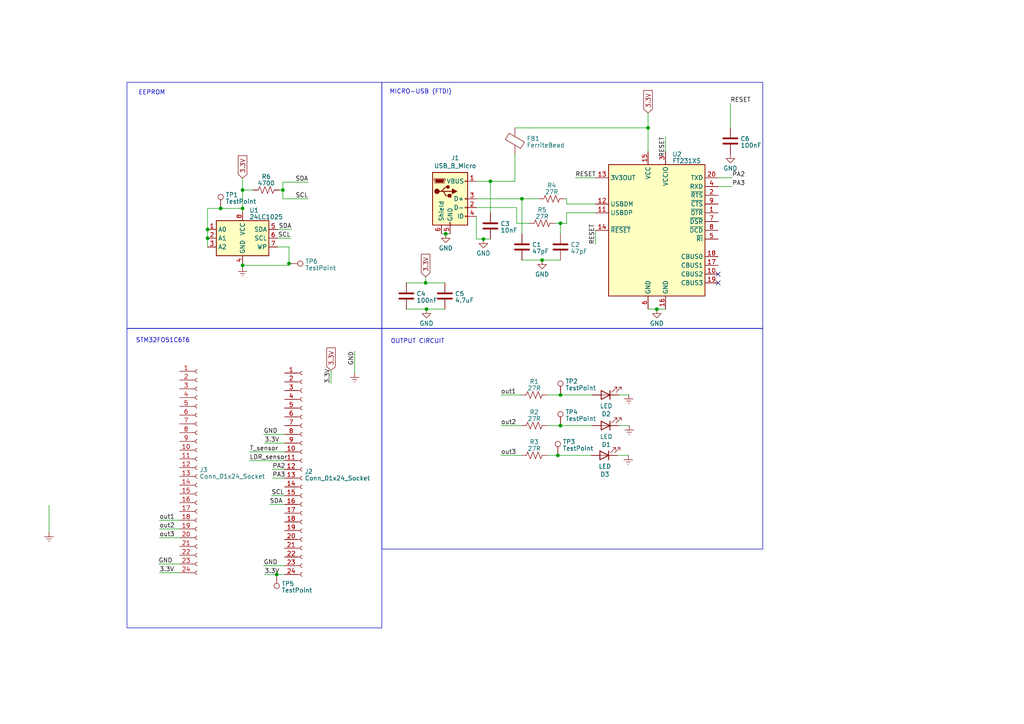
<source format=kicad_sch>
(kicad_sch (version 20230121) (generator eeschema)
  (paper "A4")
  (lib_symbols
    (symbol "Connector:Conn_01x24_Socket" (pin_names (offset 1.016) hide)
      (property "Reference" "J" (at 0 30.48 0))
      (property "Value" "Conn_01x24_Socket" (at 0 -33.02 0))
      (symbol "Conn_01x24_Socket_1_1"
        (arc (start 0 -29.972) (mid -0.5058 -30.48) (end 0 -30.988) (stroke (width 0.1524)))
        (arc (start 0 -27.432) (mid -0.5058 -27.94) (end 0 -28.448) (stroke (width 0.1524)))
        (arc (start 0 -24.892) (mid -0.5058 -25.4) (end 0 -25.908) (stroke (width 0.1524)))
        (arc (start 0 -22.352) (mid -0.5058 -22.86) (end 0 -23.368) (stroke (width 0.1524)))
        (arc (start 0 -19.812) (mid -0.5058 -20.32) (end 0 -20.828) (stroke (width 0.1524)))
        (arc (start 0 -17.272) (mid -0.5058 -17.78) (end 0 -18.288) (stroke (width 0.1524)))
        (arc (start 0 -14.732) (mid -0.5058 -15.24) (end 0 -15.748) (stroke (width 0.1524)))
        (arc (start 0 -12.192) (mid -0.5058 -12.7) (end 0 -13.208) (stroke (width 0.1524)))
        (arc (start 0 -9.652) (mid -0.5058 -10.16) (end 0 -10.668) (stroke (width 0.1524)))
        (arc (start 0 -7.112) (mid -0.5058 -7.62) (end 0 -8.128) (stroke (width 0.1524)))
        (arc (start 0 -4.572) (mid -0.5058 -5.08) (end 0 -5.588) (stroke (width 0.1524)))
        (arc (start 0 -2.032) (mid -0.5058 -2.54) (end 0 -3.048) (stroke (width 0.1524)))
        (polyline (pts (xy -1.27 -30.48) (xy -0.508 -30.48)) (stroke (width 0.1524)))
        (polyline (pts (xy -1.27 -27.94) (xy -0.508 -27.94)) (stroke (width 0.1524)))
        (polyline (pts (xy -1.27 -25.4) (xy -0.508 -25.4)) (stroke (width 0.1524)))
        (polyline (pts (xy -1.27 -22.86) (xy -0.508 -22.86)) (stroke (width 0.1524)))
        (polyline (pts (xy -1.27 -20.32) (xy -0.508 -20.32)) (stroke (width 0.1524)))
        (polyline (pts (xy -1.27 -17.78) (xy -0.508 -17.78)) (stroke (width 0.1524)))
        (polyline (pts (xy -1.27 -15.24) (xy -0.508 -15.24)) (stroke (width 0.1524)))
        (polyline (pts (xy -1.27 -12.7) (xy -0.508 -12.7)) (stroke (width 0.1524)))
        (polyline (pts (xy -1.27 -10.16) (xy -0.508 -10.16)) (stroke (width 0.1524)))
        (polyline (pts (xy -1.27 -7.62) (xy -0.508 -7.62)) (stroke (width 0.1524)))
        (polyline (pts (xy -1.27 -5.08) (xy -0.508 -5.08)) (stroke (width 0.1524)))
        (polyline (pts (xy -1.27 -2.54) (xy -0.508 -2.54)) (stroke (width 0.1524)))
        (polyline (pts (xy -1.27 0) (xy -0.508 0)) (stroke (width 0.1524)))
        (polyline (pts (xy -1.27 2.54) (xy -0.508 2.54)) (stroke (width 0.1524)))
        (polyline (pts (xy -1.27 5.08) (xy -0.508 5.08)) (stroke (width 0.1524)))
        (polyline (pts (xy -1.27 7.62) (xy -0.508 7.62)) (stroke (width 0.1524)))
        (polyline (pts (xy -1.27 10.16) (xy -0.508 10.16)) (stroke (width 0.1524)))
        (polyline (pts (xy -1.27 12.7) (xy -0.508 12.7)) (stroke (width 0.1524)))
        (polyline (pts (xy -1.27 15.24) (xy -0.508 15.24)) (stroke (width 0.1524)))
        (polyline (pts (xy -1.27 17.78) (xy -0.508 17.78)) (stroke (width 0.1524)))
        (polyline (pts (xy -1.27 20.32) (xy -0.508 20.32)) (stroke (width 0.1524)))
        (polyline (pts (xy -1.27 22.86) (xy -0.508 22.86)) (stroke (width 0.1524)))
        (polyline (pts (xy -1.27 25.4) (xy -0.508 25.4)) (stroke (width 0.1524)))
        (polyline (pts (xy -1.27 27.94) (xy -0.508 27.94)) (stroke (width 0.1524)))
        (arc (start 0 0.508) (mid -0.5058 0) (end 0 -0.508) (stroke (width 0.1524)))
        (arc (start 0 3.048) (mid -0.5058 2.54) (end 0 2.032) (stroke (width 0.1524)))
        (arc (start 0 5.588) (mid -0.5058 5.08) (end 0 4.572) (stroke (width 0.1524)))
        (arc (start 0 8.128) (mid -0.5058 7.62) (end 0 7.112) (stroke (width 0.1524)))
        (arc (start 0 10.668) (mid -0.5058 10.16) (end 0 9.652) (stroke (width 0.1524)))
        (arc (start 0 13.208) (mid -0.5058 12.7) (end 0 12.192) (stroke (width 0.1524)))
        (arc (start 0 15.748) (mid -0.5058 15.24) (end 0 14.732) (stroke (width 0.1524)))
        (arc (start 0 18.288) (mid -0.5058 17.78) (end 0 17.272) (stroke (width 0.1524)))
        (arc (start 0 20.828) (mid -0.5058 20.32) (end 0 19.812) (stroke (width 0.1524)))
        (arc (start 0 23.368) (mid -0.5058 22.86) (end 0 22.352) (stroke (width 0.1524)))
        (arc (start 0 25.908) (mid -0.5058 25.4) (end 0 24.892) (stroke (width 0.1524)))
        (arc (start 0 28.448) (mid -0.5058 27.94) (end 0 27.432) (stroke (width 0.1524)))
        (pin passive line (at -5.08 27.94 0) (length 3.81) (name "Pin_1") (number "1"))
        (pin passive line (at -5.08 5.08 0) (length 3.81) (name "Pin_10") (number "10"))
        (pin passive line (at -5.08 2.54 0) (length 3.81) (name "Pin_11") (number "11"))
        (pin passive line (at -5.08 0 0) (length 3.81) (name "Pin_12") (number "12"))
        (pin passive line (at -5.08 -2.54 0) (length 3.81) (name "Pin_13") (number "13"))
        (pin passive line (at -5.08 -5.08 0) (length 3.81) (name "Pin_14") (number "14"))
        (pin passive line (at -5.08 -7.62 0) (length 3.81) (name "Pin_15") (number "15"))
        (pin passive line (at -5.08 -10.16 0) (length 3.81) (name "Pin_16") (number "16"))
        (pin passive line (at -5.08 -12.7 0) (length 3.81) (name "Pin_17") (number "17"))
        (pin passive line (at -5.08 -15.24 0) (length 3.81) (name "Pin_18") (number "18"))
        (pin passive line (at -5.08 -17.78 0) (length 3.81) (name "Pin_19") (number "19"))
        (pin passive line (at -5.08 25.4 0) (length 3.81) (name "Pin_2") (number "2"))
        (pin passive line (at -5.08 -20.32 0) (length 3.81) (name "Pin_20") (number "20"))
        (pin passive line (at -5.08 -22.86 0) (length 3.81) (name "Pin_21") (number "21"))
        (pin passive line (at -5.08 -25.4 0) (length 3.81) (name "Pin_22") (number "22"))
        (pin passive line (at -5.08 -27.94 0) (length 3.81) (name "Pin_23") (number "23"))
        (pin passive line (at -5.08 -30.48 0) (length 3.81) (name "Pin_24") (number "24"))
        (pin passive line (at -5.08 22.86 0) (length 3.81) (name "Pin_3") (number "3"))
        (pin passive line (at -5.08 20.32 0) (length 3.81) (name "Pin_4") (number "4"))
        (pin passive line (at -5.08 17.78 0) (length 3.81) (name "Pin_5") (number "5"))
        (pin passive line (at -5.08 15.24 0) (length 3.81) (name "Pin_6") (number "6"))
        (pin passive line (at -5.08 12.7 0) (length 3.81) (name "Pin_7") (number "7"))
        (pin passive line (at -5.08 10.16 0) (length 3.81) (name "Pin_8") (number "8"))
        (pin passive line (at -5.08 7.62 0) (length 3.81) (name "Pin_9") (number "9"))
      )
    )
    (symbol "Connector:TestPoint" (pin_numbers hide) (pin_names (offset 0.762) hide)
      (property "Reference" "TP" (at 0 6.858 0))
      (property "Value" "TestPoint" (at 0 5.08 0))
      (symbol "TestPoint_0_1"
        (circle (center 0 3.302) (radius 0.762))
      )
      (symbol "TestPoint_1_1"
        (pin passive line (at 0 0 90) (length 2.54) (name "1") (number "1"))
      )
    )
    (symbol "Connector:USB_B_Micro" (pin_names (offset 1.016))
      (property "Reference" "J" (at -5.08 11.43 0))
      (property "Value" "USB_B_Micro" (at -5.08 8.89 0))
      (symbol "USB_B_Micro_0_1"
        (rectangle (start -5.08 -7.62) (end 5.08 7.62) (stroke (width 0.254)) (fill (type background)))
        (circle (center -3.81 2.159) (radius 0.635) (stroke (width 0.254)) (fill (type outline)))
        (circle (center -0.635 3.429) (radius 0.381) (stroke (width 0.254)) (fill (type outline)))
        (rectangle (start -0.127 -7.62) (end 0.127 -6.858))
        (polyline (pts (xy -1.905 2.159) (xy 0.635 2.159)) (stroke (width 0.254)))
        (polyline (pts (xy -3.175 2.159) (xy -2.54 2.159) (xy -1.27 3.429) (xy -0.635 3.429)) (stroke (width 0.254)))
        (polyline (pts (xy -2.54 2.159) (xy -1.905 2.159) (xy -1.27 0.889) (xy 0 0.889)) (stroke (width 0.254)))
        (polyline (pts (xy 0.635 2.794) (xy 0.635 1.524) (xy 1.905 2.159) (xy 0.635 2.794)) (stroke (width 0.254)) (fill (type outline)))
        (polyline (pts (xy -4.318 5.588) (xy -1.778 5.588) (xy -2.032 4.826) (xy -4.064 4.826) (xy -4.318 5.588)) (fill (type outline)))
        (polyline (pts (xy -4.699 5.842) (xy -4.699 5.588) (xy -4.445 4.826) (xy -4.445 4.572) (xy -1.651 4.572) (xy -1.651 4.826) (xy -1.397 5.588) (xy -1.397 5.842) (xy -4.699 5.842)))
        (rectangle (start 0.254 1.27) (end -0.508 0.508) (stroke (width 0.254)) (fill (type outline)))
        (rectangle (start 5.08 -5.207) (end 4.318 -4.953))
        (rectangle (start 5.08 -2.667) (end 4.318 -2.413))
        (rectangle (start 5.08 -0.127) (end 4.318 0.127))
        (rectangle (start 5.08 4.953) (end 4.318 5.207))
      )
      (symbol "USB_B_Micro_1_1"
        (pin power_out line (at 7.62 5.08 180) (length 2.54) (name "VBUS") (number "1"))
        (pin bidirectional line (at 7.62 -2.54 180) (length 2.54) (name "D-") (number "2"))
        (pin bidirectional line (at 7.62 0 180) (length 2.54) (name "D+") (number "3"))
        (pin passive line (at 7.62 -5.08 180) (length 2.54) (name "ID") (number "4"))
        (pin power_out line (at 0 -10.16 90) (length 2.54) (name "GND") (number "5"))
        (pin passive line (at -2.54 -10.16 90) (length 2.54) (name "Shield") (number "6"))
      )
    )
    (symbol "Device:C" (pin_numbers hide) (pin_names (offset 0.254))
      (property "Reference" "C" (at 0.635 2.54 0))
      (property "Value" "C" (at 0.635 -2.54 0))
      (symbol "C_0_1"
        (polyline (pts (xy -2.032 -0.762) (xy 2.032 -0.762)) (stroke (width 0.508)))
        (polyline (pts (xy -2.032 0.762) (xy 2.032 0.762)) (stroke (width 0.508)))
      )
      (symbol "C_1_1"
        (pin passive line (at 0 3.81 270) (length 2.794) (name "~") (number "1"))
        (pin passive line (at 0 -3.81 90) (length 2.794) (name "~") (number "2"))
      )
    )
    (symbol "Device:FerriteBead" (pin_numbers hide) (pin_names (offset 0))
      (property "Reference" "FB" (at -3.81 0.635 90))
      (property "Value" "FerriteBead" (at 3.81 0 90))
      (symbol "FerriteBead_0_1"
        (polyline (pts (xy 0 -1.27) (xy 0 -1.2192)))
        (polyline (pts (xy 0 1.27) (xy 0 1.2954)))
        (polyline (pts (xy -2.7686 0.4064) (xy -1.7018 2.2606) (xy 2.7686 -0.3048) (xy 1.6764 -2.159) (xy -2.7686 0.4064)))
      )
      (symbol "FerriteBead_1_1"
        (pin passive line (at 0 3.81 270) (length 2.54) (name "~") (number "1"))
        (pin passive line (at 0 -3.81 90) (length 2.54) (name "~") (number "2"))
      )
    )
    (symbol "Device:LED" (pin_numbers hide) (pin_names (offset 1.016) hide)
      (property "Reference" "D" (at 0 2.54 0))
      (property "Value" "LED" (at 0 -2.54 0))
      (symbol "LED_0_1"
        (polyline (pts (xy -1.27 -1.27) (xy -1.27 1.27)) (stroke (width 0.254)))
        (polyline (pts (xy -1.27 0) (xy 1.27 0)))
        (polyline (pts (xy 1.27 -1.27) (xy 1.27 1.27) (xy -1.27 0) (xy 1.27 -1.27)) (stroke (width 0.254)))
        (polyline (pts (xy -3.048 -0.762) (xy -4.572 -2.286) (xy -3.81 -2.286) (xy -4.572 -2.286) (xy -4.572 -1.524)))
        (polyline (pts (xy -1.778 -0.762) (xy -3.302 -2.286) (xy -2.54 -2.286) (xy -3.302 -2.286) (xy -3.302 -1.524)))
      )
      (symbol "LED_1_1"
        (pin passive line (at -3.81 0 0) (length 2.54) (name "K") (number "1"))
        (pin passive line (at 3.81 0 180) (length 2.54) (name "A") (number "2"))
      )
    )
    (symbol "Device:R_US" (pin_numbers hide) (pin_names (offset 0))
      (property "Reference" "R" (at 2.54 0 90))
      (property "Value" "R_US" (at -2.54 0 90))
      (symbol "R_US_0_1"
        (polyline (pts (xy 0 -2.286) (xy 0 -2.54)))
        (polyline (pts (xy 0 2.286) (xy 0 2.54)))
        (polyline (pts (xy 0 -0.762) (xy 1.016 -1.143) (xy 0 -1.524) (xy -1.016 -1.905) (xy 0 -2.286)))
        (polyline (pts (xy 0 0.762) (xy 1.016 0.381) (xy 0 0) (xy -1.016 -0.381) (xy 0 -0.762)))
        (polyline (pts (xy 0 2.286) (xy 1.016 1.905) (xy 0 1.524) (xy -1.016 1.143) (xy 0 0.762)))
      )
      (symbol "R_US_1_1"
        (pin passive line (at 0 3.81 270) (length 1.27) (name "~") (number "1"))
        (pin passive line (at 0 -3.81 90) (length 1.27) (name "~") (number "2"))
      )
    )
    (symbol "Interface_USB:FT231XS"
      (property "Reference" "U" (at -13.97 20.32 0))
      (property "Value" "FT231XS" (at 7.62 20.32 0))
      (symbol "FT231XS_0_1"
        (rectangle (start -13.97 19.05) (end 13.97 -19.05) (stroke (width 0.254)) (fill (type background)))
      )
      (symbol "FT231XS_1_1"
        (pin output line (at 17.78 5.08 180) (length 3.81) (name "~{DTR}") (number "1"))
        (pin bidirectional line (at 17.78 -12.7 180) (length 3.81) (name "CBUS2") (number "10"))
        (pin bidirectional line (at -17.78 5.08 0) (length 3.81) (name "USBDP") (number "11"))
        (pin bidirectional line (at -17.78 7.62 0) (length 3.81) (name "USBDM") (number "12"))
        (pin power_out line (at -17.78 15.24 0) (length 3.81) (name "3V3OUT") (number "13"))
        (pin input line (at -17.78 0 0) (length 3.81) (name "~{RESET}") (number "14"))
        (pin power_in line (at -2.54 22.86 270) (length 3.81) (name "VCC") (number "15"))
        (pin power_in line (at 2.54 -22.86 90) (length 3.81) (name "GND") (number "16"))
        (pin bidirectional line (at 17.78 -10.16 180) (length 3.81) (name "CBUS1") (number "17"))
        (pin bidirectional line (at 17.78 -7.62 180) (length 3.81) (name "CBUS0") (number "18"))
        (pin bidirectional line (at 17.78 -15.24 180) (length 3.81) (name "CBUS3") (number "19"))
        (pin output line (at 17.78 10.16 180) (length 3.81) (name "~{RTS}") (number "2"))
        (pin output line (at 17.78 15.24 180) (length 3.81) (name "TXD") (number "20"))
        (pin power_in line (at 2.54 22.86 270) (length 3.81) (name "VCCIO") (number "3"))
        (pin input line (at 17.78 12.7 180) (length 3.81) (name "RXD") (number "4"))
        (pin input line (at 17.78 -2.54 180) (length 3.81) (name "~{RI}") (number "5"))
        (pin power_in line (at -2.54 -22.86 90) (length 3.81) (name "GND") (number "6"))
        (pin input line (at 17.78 2.54 180) (length 3.81) (name "~{DSR}") (number "7"))
        (pin input line (at 17.78 0 180) (length 3.81) (name "~{DCD}") (number "8"))
        (pin input line (at 17.78 7.62 180) (length 3.81) (name "~{CTS}") (number "9"))
      )
    )
    (symbol "Memory_EEPROM:24LC1025"
      (property "Reference" "U" (at -6.35 6.35 0))
      (property "Value" "24LC1025" (at 1.27 6.35 0))
      (symbol "24LC1025_1_1"
        (rectangle (start -7.62 5.08) (end 7.62 -5.08) (stroke (width 0.254)) (fill (type background)))
        (pin input line (at -10.16 2.54 0) (length 2.54) (name "A0") (number "1"))
        (pin input line (at -10.16 0 0) (length 2.54) (name "A1") (number "2"))
        (pin input line (at -10.16 -2.54 0) (length 2.54) (name "A2") (number "3"))
        (pin power_in line (at 0 -7.62 90) (length 2.54) (name "GND") (number "4"))
        (pin bidirectional line (at 10.16 2.54 180) (length 2.54) (name "SDA") (number "5"))
        (pin input line (at 10.16 0 180) (length 2.54) (name "SCL") (number "6"))
        (pin input line (at 10.16 -2.54 180) (length 2.54) (name "WP") (number "7"))
        (pin power_in line (at 0 7.62 270) (length 2.54) (name "VCC") (number "8"))
      )
    )
    (symbol "power:Earth" (power) (pin_names (offset 0))
      (symbol "Earth_0_1"
        (polyline (pts (xy -0.635 -1.905) (xy 0.635 -1.905)))
        (polyline (pts (xy -0.127 -2.54) (xy 0.127 -2.54)))
        (polyline (pts (xy 0 -1.27) (xy 0 0)))
        (polyline (pts (xy 1.27 -1.27) (xy -1.27 -1.27)))
      )
      (symbol "Earth_1_1"
        (pin power_in line (at 0 0 270) (length 0) hide (name "Earth") (number "1"))
      )
    )
    (symbol "power:GND" (power) (pin_names (offset 0))
      (property "Value" "GND" (at 0 -3.81 0))
      (symbol "GND_0_1"
        (polyline (pts (xy 0 0) (xy 0 -1.27) (xy 1.27 -1.27) (xy 0 -2.54) (xy -1.27 -1.27) (xy 0 -1.27)))
      )
      (symbol "GND_1_1"
        (pin power_in line (at 0 0 270) (length 0) hide (name "GND") (number "1"))
      )
    )
  )
  (junction (at 60.198 69.088))
  (junction (at 82.042 55.118))
  (junction (at 123.444 82.042))
  (junction (at 83.82 76.454))
  (junction (at 190.5 89.662))
  (junction (at 70.358 60.452))
  (junction (at 70.358 76.962))
  (junction (at 162.56 123.444))
  (junction (at 60.198 66.548))
  (junction (at 151.384 57.658))
  (junction (at 187.96 37.084))
  (junction (at 161.798 132.08))
  (junction (at 162.56 64.77))
  (junction (at 162.56 114.554))
  (junction (at 123.698 89.662))
  (junction (at 142.24 52.578))
  (junction (at 80.264 166.624))
  (junction (at 70.358 55.118))
  (junction (at 129.286 67.818))
  (junction (at 140.208 69.342))
  (junction (at 157.226 75.438))
  (junction (at 64.008 60.452))
  (no_connect (at 208.28 82.042))
  (no_connect (at 208.28 79.502))
  (wire (pts (xy 164.338 59.182) (xy 164.338 57.658)))
  (wire (pts (xy 60.198 60.452) (xy 60.198 66.548)))
  (wire (pts (xy 158.75 132.08) (xy 161.798 132.08)))
  (wire (pts (xy 208.28 54.102) (xy 212.344 54.102)))
  (wire (pts (xy 76.454 125.984) (xy 82.55 125.984)))
  (wire (pts (xy 142.24 52.578) (xy 142.24 61.722)))
  (wire (pts (xy 46.228 155.956) (xy 52.07 155.956)))
  (wire (pts (xy 211.836 29.972) (xy 211.836 37.084)))
  (wire (pts (xy 82.042 57.658) (xy 89.408 57.658)))
  (wire (pts (xy 46.228 150.876) (xy 52.07 150.876)))
  (wire (pts (xy 138.176 69.342) (xy 140.208 69.342)))
  (wire (pts (xy 80.518 66.548) (xy 84.582 66.548)))
  (wire (pts (xy 123.444 82.042) (xy 129.032 82.042)))
  (wire (pts (xy 70.358 55.118) (xy 73.406 55.118)))
  (wire (pts (xy 123.698 89.662) (xy 129.032 89.662)))
  (wire (pts (xy 60.198 66.548) (xy 60.198 69.088)))
  (wire (pts (xy 162.56 123.444) (xy 171.831 123.444)))
  (wire (pts (xy 149.352 52.578) (xy 149.352 44.704)))
  (wire (pts (xy 70.358 60.452) (xy 70.358 61.468)))
  (wire (pts (xy 78.994 136.144) (xy 82.55 136.144)))
  (wire (pts (xy 82.042 55.118) (xy 82.042 57.658)))
  (wire (pts (xy 158.75 114.554) (xy 162.56 114.554)))
  (wire (pts (xy 78.994 138.684) (xy 82.55 138.684)))
  (wire (pts (xy 64.008 60.452) (xy 70.358 60.452)))
  (wire (pts (xy 129.286 67.818) (xy 130.556 67.818)))
  (wire (pts (xy 151.384 57.658) (xy 151.384 67.818)))
  (wire (pts (xy 76.708 128.524) (xy 82.55 128.524)))
  (wire (pts (xy 162.56 67.818) (xy 162.56 64.77)))
  (wire (pts (xy 151.384 75.438) (xy 157.226 75.438)))
  (wire (pts (xy 163.83 57.658) (xy 164.338 57.658)))
  (wire (pts (xy 157.226 75.438) (xy 162.56 75.438)))
  (wire (pts (xy 149.86 60.198) (xy 138.176 60.198)))
  (wire (pts (xy 60.198 60.452) (xy 64.008 60.452)))
  (wire (pts (xy 138.176 57.658) (xy 151.384 57.658)))
  (wire (pts (xy 172.72 66.802) (xy 172.72 70.866)))
  (wire (pts (xy 83.82 71.628) (xy 83.82 76.454)))
  (wire (pts (xy 138.176 52.578) (xy 142.24 52.578)))
  (wire (pts (xy 117.856 82.042) (xy 123.444 82.042)))
  (wire (pts (xy 117.856 89.662) (xy 123.698 89.662)))
  (wire (pts (xy 162.56 114.554) (xy 171.831 114.554)))
  (wire (pts (xy 70.358 76.708) (xy 70.358 76.962)))
  (wire (pts (xy 158.75 123.444) (xy 162.56 123.444)))
  (wire (pts (xy 128.016 67.818) (xy 129.286 67.818)))
  (wire (pts (xy 70.358 76.962) (xy 83.82 76.962)))
  (wire (pts (xy 166.878 51.562) (xy 172.72 51.562)))
  (wire (pts (xy 60.198 69.088) (xy 60.198 71.628)))
  (wire (pts (xy 140.208 69.342) (xy 142.24 69.342)))
  (wire (pts (xy 193.04 39.624) (xy 193.04 43.942)))
  (wire (pts (xy 45.974 163.576) (xy 52.07 163.576)))
  (wire (pts (xy 179.07 132.08) (xy 182.245 132.08)))
  (wire (pts (xy 102.87 101.854) (xy 102.87 108.204)))
  (wire (pts (xy 72.39 131.064) (xy 82.55 131.064)))
  (wire (pts (xy 46.228 153.416) (xy 52.07 153.416)))
  (wire (pts (xy 80.518 71.628) (xy 83.82 71.628)))
  (wire (pts (xy 138.176 62.738) (xy 138.176 69.342)))
  (wire (pts (xy 164.338 61.722) (xy 164.338 64.77)))
  (wire (pts (xy 70.358 76.962) (xy 70.358 77.47)))
  (wire (pts (xy 149.352 37.084) (xy 187.96 37.084)))
  (wire (pts (xy 151.384 57.658) (xy 156.21 57.658)))
  (wire (pts (xy 187.96 89.662) (xy 190.5 89.662)))
  (wire (pts (xy 145.288 123.444) (xy 151.13 123.444)))
  (wire (pts (xy 46.228 166.116) (xy 52.07 166.116)))
  (wire (pts (xy 149.86 64.77) (xy 149.86 60.198)))
  (wire (pts (xy 80.518 69.088) (xy 84.328 69.088)))
  (wire (pts (xy 172.72 59.182) (xy 164.338 59.182)))
  (wire (pts (xy 96.012 107.442) (xy 96.012 111.252)))
  (wire (pts (xy 70.358 51.689) (xy 70.358 55.118)))
  (wire (pts (xy 82.042 55.118) (xy 82.042 52.832)))
  (wire (pts (xy 208.28 51.562) (xy 212.344 51.562)))
  (wire (pts (xy 153.416 64.77) (xy 149.86 64.77)))
  (wire (pts (xy 187.96 37.084) (xy 187.96 43.942)))
  (wire (pts (xy 76.708 166.624) (xy 80.264 166.624)))
  (wire (pts (xy 70.358 55.118) (xy 70.358 60.452)))
  (wire (pts (xy 182.372 114.554) (xy 182.372 114.427)))
  (wire (pts (xy 82.042 52.832) (xy 89.408 52.832)))
  (wire (pts (xy 83.82 76.454) (xy 83.82 76.962)))
  (wire (pts (xy 14.224 146.558) (xy 14.224 154.432)))
  (wire (pts (xy 161.798 132.08) (xy 171.45 132.08)))
  (wire (pts (xy 82.55 143.764) (xy 78.74 143.764)))
  (wire (pts (xy 190.5 89.662) (xy 193.04 89.662)))
  (wire (pts (xy 80.264 166.624) (xy 82.55 166.624)))
  (wire (pts (xy 145.288 132.08) (xy 151.13 132.08)))
  (wire (pts (xy 76.454 164.084) (xy 82.55 164.084)))
  (wire (pts (xy 179.451 114.554) (xy 182.372 114.554)))
  (wire (pts (xy 123.444 80.264) (xy 123.444 82.042)))
  (wire (pts (xy 179.451 123.444) (xy 182.499 123.444)))
  (wire (pts (xy 162.56 64.77) (xy 164.338 64.77)))
  (wire (pts (xy 172.72 61.722) (xy 164.338 61.722)))
  (wire (pts (xy 82.55 146.304) (xy 78.232 146.304)))
  (wire (pts (xy 145.288 114.554) (xy 151.13 114.554)))
  (wire (pts (xy 72.39 133.604) (xy 82.55 133.604)))
  (wire (pts (xy 161.036 64.77) (xy 162.56 64.77)))
  (wire (pts (xy 82.042 55.118) (xy 81.026 55.118)))
  (wire (pts (xy 187.96 32.766) (xy 187.96 37.084)))
  (wire (pts (xy 142.24 52.578) (xy 149.352 52.578)))
  (rectangle (start 36.83 95.25) (end 110.744 182.118))
  (rectangle (start 110.744 95.25) (end 221.234 159.258))
  (rectangle (start 36.83 23.876) (end 110.744 95.25))
  (rectangle (start 110.744 23.876) (end 221.234 95.25))
  (text "OUTPUT CIRCUIT\n" (at 113.284 99.822 0) (effects (font (size 1.27 1.27)) (justify left bottom)))
  (text "\nSTM32FO51C6T6\n" (at 55.118 99.568 0) (effects (font (size 1.27 1.27)) (justify right bottom)))
  (text "MICRO-USB (FTDI)\n" (at 131.064 27.432 0) (effects (font (size 1.27 1.27)) (justify right bottom)))
  (text "EEPROM" (at 40.132 27.686 0) (effects (font (size 1.27 1.27)) (justify left bottom)))
  (label "PA3" (at 78.994 138.684 0))
  (label "LDR_sensor" (at 72.39 133.604 0))
  (label "SCL" (at 89.408 57.658 180))
  (label "SDA" (at 84.582 66.548 180))
  (label "SCL" (at 84.328 69.088 180))
  (label "PA2" (at 78.994 136.144 0))
  (label "SCL" (at 78.74 143.764 0))
  (label "PA2" (at 212.344 51.562 0))
  (label "3.3V" (at 76.708 128.524 0))
  (label "PA3" (at 212.344 54.102 0))
  (label "GND" (at 76.454 164.084 0))
  (label "out1" (at 46.228 150.876 0))
  (label "out2" (at 145.288 123.444 0))
  (label "RESET" (at 172.72 70.866 90))
  (label "out3" (at 46.228 155.956 0))
  (label "GND" (at 102.87 101.854 270))
  (label "GND" (at 76.454 125.984 0))
  (label "RESET" (at 211.836 29.972 0))
  (label "GND" (at 45.974 163.576 0))
  (label "SDA" (at 89.408 52.832 180))
  (label "RESET" (at 193.04 39.624 270))
  (label "out2" (at 46.228 153.416 0))
  (label "3.3V" (at 76.708 166.624 0))
  (label "out1" (at 145.288 114.554 0))
  (label "SDA" (at 78.232 146.304 0))
  (label "RESET" (at 166.878 51.562 0))
  (label "3.3V" (at 46.228 166.116 0))
  (label "T_sensor" (at 72.39 131.064 0))
  (label "3.3V" (at 96.012 111.252 90))
  (label "out3" (at 145.288 132.08 0))
  (global_label "3.3V" (shape input) (at 187.96 32.766 90) (property "Intersheetrefs" "${INTERSHEET_REFS}" (effects hide)))
  (global_label "3.3V" (shape input) (at 123.444 80.264 90) (property "Intersheetrefs" "${INTERSHEET_REFS}" (effects hide)))
  (global_label "3.3V" (shape input) (at 70.358 51.689 90) (property "Intersheetrefs" "${INTERSHEET_REFS}" (effects hide)))
  (global_label "3.3V" (shape input) (at 96.012 107.442 90) (property "Intersheetrefs" "${INTERSHEET_REFS}" (effects hide)))
  (symbol (lib_id "power:Earth") (at 14.224 154.432 0) (unit 1)
    (property "Reference" "#PWR0101" (effects hide))
    (property "Value" "Earth" (effects hide))
  )
  (symbol (lib_id "Device:LED") (at 175.26 132.08 180) (unit 1)
    (property "Reference" "D3" (at 175.4378 137.5918 0))
    (property "Value" "LED" (at 175.4378 135.2804 0))
    (property "Footprint" "LED_SMD:LED-APA102-2020" (effects hide))
    (property "Price" "1,04" (effects hide))
  )
  (symbol (lib_id "Device:LED") (at 175.641 123.444 180) (unit 1)
    (property "Reference" "D1" (at 175.8188 128.9558 0))
    (property "Value" "LED" (at 175.8188 126.6444 0))
    (property "Footprint" "LED_SMD:LED-APA102-2020" (effects hide))
    (property "Price" "1,04" (effects hide))
  )
  (symbol (lib_id "Device:LED") (at 175.641 114.554 180) (unit 1)
    (property "Reference" "D2" (at 175.8188 120.0658 0))
    (property "Value" "LED" (at 175.8188 117.7544 0))
    (property "Footprint" "LED_SMD:LED-APA102-2020" (effects hide))
    (property "Price" "1,04" (effects hide))
  )
  (symbol (lib_id "power:Earth") (at 182.245 132.08 0) (unit 1)
    (property "Reference" "#PWR0102" (effects hide))
    (property "Value" "Earth" (effects hide))
  )
  (symbol (lib_id "power:Earth") (at 182.499 123.444 0) (unit 1)
    (property "Reference" "#PWR0103" (effects hide))
    (property "Value" "Earth" (effects hide))
  )
  (symbol (lib_id "power:Earth") (at 182.372 114.427 0) (unit 1)
    (property "Reference" "#PWR0104" (effects hide))
    (property "Value" "Earth" (effects hide))
  )
  (symbol (lib_id "power:Earth") (at 70.358 77.47 0) (unit 1)
    (property "Reference" "#PWR0107" (effects hide))
    (property "Value" "Earth" (effects hide))
  )
  (symbol (lib_id "Connector:USB_B_Micro") (at 130.556 57.658 0) (unit 1)
    (property "Reference" "J1" (at 132.0038 45.7962 0))
    (property "Value" "USB_B_Micro" (at 132.0038 48.1076 0))
  )
  (symbol (lib_id "power:GND") (at 211.836 44.704 0) (unit 1)
    (property "Reference" "#PWR05" (effects hide))
    (property "Value" "GND" (at 211.836 48.8395 0))
  )
  (symbol (lib_id "Connector:Conn_01x24_Socket") (at 57.15 135.636 0) (unit 1)
    (property "Reference" "J3" (at 57.8612 136.2623 0) (effects (justify left)))
    (property "Value" "Conn_01x24_Socket" (at 57.8612 138.1833 0) (effects (justify left)))
  )
  (symbol (lib_id "Connector:TestPoint") (at 64.008 60.452 0) (unit 1)
    (property "Reference" "TP1" (at 65.405 56.5063 0) (effects (justify left)))
    (property "Value" "TestPoint" (at 65.405 58.4273 0) (effects (justify left)))
  )
  (symbol (lib_id "power:GND") (at 157.226 75.438 0) (unit 1)
    (property "Reference" "#PWR01" (effects hide))
    (property "Value" "GND" (at 157.226 79.5735 0))
  )
  (symbol (lib_id "Device:R_US") (at 154.94 114.554 90) (unit 1)
    (property "Reference" "R1" (at 154.94 110.6551 90))
    (property "Value" "27R" (at 154.94 112.5761 90))
  )
  (symbol (lib_id "power:GND") (at 190.5 89.662 0) (unit 1)
    (property "Reference" "#PWR06" (effects hide))
    (property "Value" "GND" (at 190.5 93.7975 0))
  )
  (symbol (lib_id "Connector:TestPoint") (at 161.798 132.08 0) (unit 1)
    (property "Reference" "TP3" (at 163.195 128.1343 0) (effects (justify left)))
    (property "Value" "TestPoint" (at 163.195 130.0553 0) (effects (justify left)))
  )
  (symbol (lib_id "Device:R_US") (at 154.94 132.08 90) (unit 1)
    (property "Reference" "R3" (at 154.94 128.1811 90))
    (property "Value" "27R" (at 154.94 130.1021 90))
  )
  (symbol (lib_id "Connector:TestPoint") (at 162.56 114.554 0) (unit 1)
    (property "Reference" "TP2" (at 163.957 110.6083 0) (effects (justify left)))
    (property "Value" "TestPoint" (at 163.957 112.5293 0) (effects (justify left)))
  )
  (symbol (lib_id "Interface_USB:FT231XS") (at 190.5 66.802 0) (unit 1)
    (property "Reference" "U2" (at 194.9959 44.7421 0) (effects (justify left)))
    (property "Value" "FT231XS" (at 194.9959 46.6631 0) (effects (justify left)))
    (property "Footprint" "Package_SO:SSOP-20_3.9x8.7mm_P0.635mm" (effects hide))
    (property "Datasheet" "https://www.ftdichip.com/Support/Documents/DataSheets/ICs/DS_FT231X.pdf" (effects hide))
  )
  (symbol (lib_id "Device:C") (at 151.384 71.628 0) (unit 1)
    (property "Reference" "C1" (at 154.305 70.9843 0) (effects (justify left)))
    (property "Value" "47pF" (at 154.305 72.9053 0) (effects (justify left)))
  )
  (symbol (lib_id "Device:C") (at 142.24 65.532 0) (unit 1)
    (property "Reference" "C3" (at 145.161 64.8883 0) (effects (justify left)))
    (property "Value" "10nF" (at 145.161 66.8093 0) (effects (justify left)))
  )
  (symbol (lib_id "Connector:Conn_01x24_Socket") (at 87.63 136.144 0) (unit 1)
    (property "Reference" "J2" (at 88.3412 136.7703 0) (effects (justify left)))
    (property "Value" "Conn_01x24_Socket" (at 88.3412 138.6913 0) (effects (justify left)))
  )
  (symbol (lib_id "power:GND") (at 129.286 67.818 0) (unit 1)
    (property "Reference" "#PWR03" (effects hide))
    (property "Value" "GND" (at 129.286 71.9535 0))
  )
  (symbol (lib_id "power:GND") (at 140.208 69.342 0) (unit 1)
    (property "Reference" "#PWR02" (effects hide))
    (property "Value" "GND" (at 140.208 73.4775 0))
  )
  (symbol (lib_id "Device:R_US") (at 160.02 57.658 90) (unit 1)
    (property "Reference" "R4" (at 160.02 53.7591 90))
    (property "Value" "27R" (at 160.02 55.6801 90))
  )
  (symbol (lib_id "Memory_EEPROM:24LC1025") (at 70.358 69.088 0) (unit 1)
    (property "Reference" "U1" (at 72.3139 60.9981 0) (effects (justify left)))
    (property "Value" "24LC1025" (at 72.3139 62.9191 0) (effects (justify left)))
    (property "Datasheet" "http://ww1.microchip.com/downloads/en/DeviceDoc/21941B.pdf" (effects hide))
  )
  (symbol (lib_id "Connector:TestPoint") (at 80.264 166.624 180) (unit 1)
    (property "Reference" "TP5" (at 81.661 169.2823 0) (effects (justify right)))
    (property "Value" "TestPoint" (at 81.661 171.2033 0) (effects (justify right)))
  )
  (symbol (lib_id "Device:R_US") (at 154.94 123.444 90) (unit 1)
    (property "Reference" "R2" (at 154.94 119.5451 90))
    (property "Value" "27R" (at 154.94 121.4661 90))
  )
  (symbol (lib_id "Device:C") (at 211.836 40.894 0) (unit 1)
    (property "Reference" "C6" (at 214.757 40.2503 0) (effects (justify left)))
    (property "Value" "100nF" (at 214.757 42.1713 0) (effects (justify left)))
  )
  (symbol (lib_id "Device:C") (at 162.56 71.628 0) (unit 1)
    (property "Reference" "C2" (at 165.481 70.9843 0) (effects (justify left)))
    (property "Value" "47pF" (at 165.481 72.9053 0) (effects (justify left)))
  )
  (symbol (lib_id "Device:R_US") (at 157.226 64.77 90) (unit 1)
    (property "Reference" "R5" (at 157.226 60.8711 90))
    (property "Value" "27R" (at 157.226 62.7921 90))
  )
  (symbol (lib_id "Device:R_US") (at 77.216 55.118 270) (unit 1)
    (property "Reference" "R6" (at 77.216 51.2191 90))
    (property "Value" "4700" (at 77.216 53.1401 90))
  )
  (symbol (lib_id "Device:FerriteBead") (at 149.352 40.894 0) (unit 1)
    (property "Reference" "FB1" (at 152.7556 40.1995 0) (effects (justify left)))
    (property "Value" "FerriteBead" (at 152.7556 42.1205 0) (effects (justify left)))
  )
  (symbol (lib_id "Connector:TestPoint") (at 162.56 123.444 0) (unit 1)
    (property "Reference" "TP4" (at 163.957 119.4983 0) (effects (justify left)))
    (property "Value" "TestPoint" (at 163.957 121.4193 0) (effects (justify left)))
  )
  (symbol (lib_id "Device:C") (at 129.032 85.852 0) (unit 1)
    (property "Reference" "C5" (at 131.953 85.2083 0) (effects (justify left)))
    (property "Value" "4.7uF" (at 131.953 87.1293 0) (effects (justify left)))
  )
  (symbol (lib_id "Device:C") (at 117.856 85.852 0) (unit 1)
    (property "Reference" "C4" (at 120.777 85.2083 0) (effects (justify left)))
    (property "Value" "100nF" (at 120.777 87.1293 0) (effects (justify left)))
  )
  (symbol (lib_id "power:Earth") (at 102.87 108.204 0) (unit 1)
    (property "Reference" "#PWR07" (effects hide))
    (property "Value" "Earth" (effects hide))
  )
  (symbol (lib_id "Connector:TestPoint") (at 83.82 76.454 270) (unit 1)
    (property "Reference" "TP6" (at 88.519 75.8103 90) (effects (justify left)))
    (property "Value" "TestPoint" (at 88.519 77.7313 90) (effects (justify left)))
  )
  (symbol (lib_id "power:GND") (at 123.698 89.662 0) (unit 1)
    (property "Reference" "#PWR04" (effects hide))
    (property "Value" "GND" (at 123.698 93.7975 0))
  )
)
</source>
